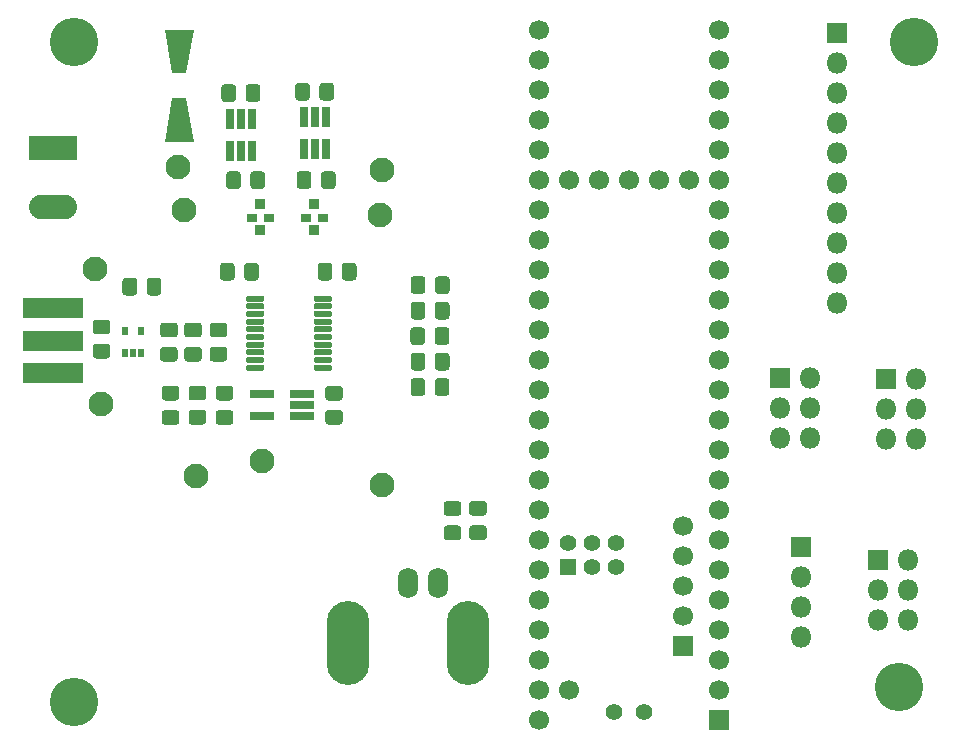
<source format=gbr>
%TF.GenerationSoftware,KiCad,Pcbnew,(5.1.6-0-10_14)*%
%TF.CreationDate,2021-01-13T18:01:30-08:00*%
%TF.ProjectId,MCP35461DevBoard,4d435033-3534-4363-9144-6576426f6172,rev?*%
%TF.SameCoordinates,Original*%
%TF.FileFunction,Soldermask,Top*%
%TF.FilePolarity,Negative*%
%FSLAX46Y46*%
G04 Gerber Fmt 4.6, Leading zero omitted, Abs format (unit mm)*
G04 Created by KiCad (PCBNEW (5.1.6-0-10_14)) date 2021-01-13 18:01:30*
%MOMM*%
%LPD*%
G01*
G04 APERTURE LIST*
%ADD10C,2.100000*%
%ADD11O,3.600000X7.100000*%
%ADD12O,1.700000X2.600000*%
%ADD13O,4.060000X2.080000*%
%ADD14R,4.060000X2.080000*%
%ADD15C,1.400000*%
%ADD16C,1.700000*%
%ADD17R,1.400000X1.400000*%
%ADD18R,1.700000X1.700000*%
%ADD19R,0.750000X1.660000*%
%ADD20R,2.100000X0.750000*%
%ADD21R,0.500000X0.750000*%
%ADD22O,1.800000X1.800000*%
%ADD23R,1.800000X1.800000*%
%ADD24R,5.180000X1.700000*%
%ADD25C,4.100000*%
%ADD26R,0.950000X0.700000*%
%ADD27R,0.900000X0.900000*%
%ADD28C,0.100000*%
G04 APERTURE END LIST*
D10*
%TO.C,TP9*%
X122555000Y-76835000D03*
%TD*%
D11*
%TO.C,J2*%
X119684800Y-90271600D03*
D12*
X124764800Y-85191600D03*
D11*
X129844800Y-90271600D03*
D12*
X127304800Y-85191600D03*
%TD*%
D13*
%TO.C,J8*%
X94742000Y-53340000D03*
D14*
X94742000Y-48340000D03*
%TD*%
%TO.C,R12*%
G36*
G01*
X126219000Y-68101738D02*
X126219000Y-69058262D01*
G75*
G02*
X125947262Y-69330000I-271738J0D01*
G01*
X125240738Y-69330000D01*
G75*
G02*
X124969000Y-69058262I0J271738D01*
G01*
X124969000Y-68101738D01*
G75*
G02*
X125240738Y-67830000I271738J0D01*
G01*
X125947262Y-67830000D01*
G75*
G02*
X126219000Y-68101738I0J-271738D01*
G01*
G37*
G36*
G01*
X128269000Y-68101738D02*
X128269000Y-69058262D01*
G75*
G02*
X127997262Y-69330000I-271738J0D01*
G01*
X127290738Y-69330000D01*
G75*
G02*
X127019000Y-69058262I0J271738D01*
G01*
X127019000Y-68101738D01*
G75*
G02*
X127290738Y-67830000I271738J0D01*
G01*
X127997262Y-67830000D01*
G75*
G02*
X128269000Y-68101738I0J-271738D01*
G01*
G37*
%TD*%
%TO.C,C10*%
G36*
G01*
X102626000Y-60549262D02*
X102626000Y-59592738D01*
G75*
G02*
X102897738Y-59321000I271738J0D01*
G01*
X103604262Y-59321000D01*
G75*
G02*
X103876000Y-59592738I0J-271738D01*
G01*
X103876000Y-60549262D01*
G75*
G02*
X103604262Y-60821000I-271738J0D01*
G01*
X102897738Y-60821000D01*
G75*
G02*
X102626000Y-60549262I0J271738D01*
G01*
G37*
G36*
G01*
X100576000Y-60549262D02*
X100576000Y-59592738D01*
G75*
G02*
X100847738Y-59321000I271738J0D01*
G01*
X101554262Y-59321000D01*
G75*
G02*
X101826000Y-59592738I0J-271738D01*
G01*
X101826000Y-60549262D01*
G75*
G02*
X101554262Y-60821000I-271738J0D01*
G01*
X100847738Y-60821000D01*
G75*
G02*
X100576000Y-60549262I0J271738D01*
G01*
G37*
%TD*%
%TO.C,U7*%
G36*
G01*
X116756000Y-61208000D02*
X116756000Y-60958000D01*
G75*
G02*
X116881000Y-60833000I125000J0D01*
G01*
X118206000Y-60833000D01*
G75*
G02*
X118331000Y-60958000I0J-125000D01*
G01*
X118331000Y-61208000D01*
G75*
G02*
X118206000Y-61333000I-125000J0D01*
G01*
X116881000Y-61333000D01*
G75*
G02*
X116756000Y-61208000I0J125000D01*
G01*
G37*
G36*
G01*
X116756000Y-61858000D02*
X116756000Y-61608000D01*
G75*
G02*
X116881000Y-61483000I125000J0D01*
G01*
X118206000Y-61483000D01*
G75*
G02*
X118331000Y-61608000I0J-125000D01*
G01*
X118331000Y-61858000D01*
G75*
G02*
X118206000Y-61983000I-125000J0D01*
G01*
X116881000Y-61983000D01*
G75*
G02*
X116756000Y-61858000I0J125000D01*
G01*
G37*
G36*
G01*
X116756000Y-62508000D02*
X116756000Y-62258000D01*
G75*
G02*
X116881000Y-62133000I125000J0D01*
G01*
X118206000Y-62133000D01*
G75*
G02*
X118331000Y-62258000I0J-125000D01*
G01*
X118331000Y-62508000D01*
G75*
G02*
X118206000Y-62633000I-125000J0D01*
G01*
X116881000Y-62633000D01*
G75*
G02*
X116756000Y-62508000I0J125000D01*
G01*
G37*
G36*
G01*
X116756000Y-63158000D02*
X116756000Y-62908000D01*
G75*
G02*
X116881000Y-62783000I125000J0D01*
G01*
X118206000Y-62783000D01*
G75*
G02*
X118331000Y-62908000I0J-125000D01*
G01*
X118331000Y-63158000D01*
G75*
G02*
X118206000Y-63283000I-125000J0D01*
G01*
X116881000Y-63283000D01*
G75*
G02*
X116756000Y-63158000I0J125000D01*
G01*
G37*
G36*
G01*
X116756000Y-63808000D02*
X116756000Y-63558000D01*
G75*
G02*
X116881000Y-63433000I125000J0D01*
G01*
X118206000Y-63433000D01*
G75*
G02*
X118331000Y-63558000I0J-125000D01*
G01*
X118331000Y-63808000D01*
G75*
G02*
X118206000Y-63933000I-125000J0D01*
G01*
X116881000Y-63933000D01*
G75*
G02*
X116756000Y-63808000I0J125000D01*
G01*
G37*
G36*
G01*
X116756000Y-64458000D02*
X116756000Y-64208000D01*
G75*
G02*
X116881000Y-64083000I125000J0D01*
G01*
X118206000Y-64083000D01*
G75*
G02*
X118331000Y-64208000I0J-125000D01*
G01*
X118331000Y-64458000D01*
G75*
G02*
X118206000Y-64583000I-125000J0D01*
G01*
X116881000Y-64583000D01*
G75*
G02*
X116756000Y-64458000I0J125000D01*
G01*
G37*
G36*
G01*
X116756000Y-65108000D02*
X116756000Y-64858000D01*
G75*
G02*
X116881000Y-64733000I125000J0D01*
G01*
X118206000Y-64733000D01*
G75*
G02*
X118331000Y-64858000I0J-125000D01*
G01*
X118331000Y-65108000D01*
G75*
G02*
X118206000Y-65233000I-125000J0D01*
G01*
X116881000Y-65233000D01*
G75*
G02*
X116756000Y-65108000I0J125000D01*
G01*
G37*
G36*
G01*
X116756000Y-65758000D02*
X116756000Y-65508000D01*
G75*
G02*
X116881000Y-65383000I125000J0D01*
G01*
X118206000Y-65383000D01*
G75*
G02*
X118331000Y-65508000I0J-125000D01*
G01*
X118331000Y-65758000D01*
G75*
G02*
X118206000Y-65883000I-125000J0D01*
G01*
X116881000Y-65883000D01*
G75*
G02*
X116756000Y-65758000I0J125000D01*
G01*
G37*
G36*
G01*
X116756000Y-66408000D02*
X116756000Y-66158000D01*
G75*
G02*
X116881000Y-66033000I125000J0D01*
G01*
X118206000Y-66033000D01*
G75*
G02*
X118331000Y-66158000I0J-125000D01*
G01*
X118331000Y-66408000D01*
G75*
G02*
X118206000Y-66533000I-125000J0D01*
G01*
X116881000Y-66533000D01*
G75*
G02*
X116756000Y-66408000I0J125000D01*
G01*
G37*
G36*
G01*
X116756000Y-67058000D02*
X116756000Y-66808000D01*
G75*
G02*
X116881000Y-66683000I125000J0D01*
G01*
X118206000Y-66683000D01*
G75*
G02*
X118331000Y-66808000I0J-125000D01*
G01*
X118331000Y-67058000D01*
G75*
G02*
X118206000Y-67183000I-125000J0D01*
G01*
X116881000Y-67183000D01*
G75*
G02*
X116756000Y-67058000I0J125000D01*
G01*
G37*
G36*
G01*
X111031000Y-67058000D02*
X111031000Y-66808000D01*
G75*
G02*
X111156000Y-66683000I125000J0D01*
G01*
X112481000Y-66683000D01*
G75*
G02*
X112606000Y-66808000I0J-125000D01*
G01*
X112606000Y-67058000D01*
G75*
G02*
X112481000Y-67183000I-125000J0D01*
G01*
X111156000Y-67183000D01*
G75*
G02*
X111031000Y-67058000I0J125000D01*
G01*
G37*
G36*
G01*
X111031000Y-66408000D02*
X111031000Y-66158000D01*
G75*
G02*
X111156000Y-66033000I125000J0D01*
G01*
X112481000Y-66033000D01*
G75*
G02*
X112606000Y-66158000I0J-125000D01*
G01*
X112606000Y-66408000D01*
G75*
G02*
X112481000Y-66533000I-125000J0D01*
G01*
X111156000Y-66533000D01*
G75*
G02*
X111031000Y-66408000I0J125000D01*
G01*
G37*
G36*
G01*
X111031000Y-65758000D02*
X111031000Y-65508000D01*
G75*
G02*
X111156000Y-65383000I125000J0D01*
G01*
X112481000Y-65383000D01*
G75*
G02*
X112606000Y-65508000I0J-125000D01*
G01*
X112606000Y-65758000D01*
G75*
G02*
X112481000Y-65883000I-125000J0D01*
G01*
X111156000Y-65883000D01*
G75*
G02*
X111031000Y-65758000I0J125000D01*
G01*
G37*
G36*
G01*
X111031000Y-65108000D02*
X111031000Y-64858000D01*
G75*
G02*
X111156000Y-64733000I125000J0D01*
G01*
X112481000Y-64733000D01*
G75*
G02*
X112606000Y-64858000I0J-125000D01*
G01*
X112606000Y-65108000D01*
G75*
G02*
X112481000Y-65233000I-125000J0D01*
G01*
X111156000Y-65233000D01*
G75*
G02*
X111031000Y-65108000I0J125000D01*
G01*
G37*
G36*
G01*
X111031000Y-64458000D02*
X111031000Y-64208000D01*
G75*
G02*
X111156000Y-64083000I125000J0D01*
G01*
X112481000Y-64083000D01*
G75*
G02*
X112606000Y-64208000I0J-125000D01*
G01*
X112606000Y-64458000D01*
G75*
G02*
X112481000Y-64583000I-125000J0D01*
G01*
X111156000Y-64583000D01*
G75*
G02*
X111031000Y-64458000I0J125000D01*
G01*
G37*
G36*
G01*
X111031000Y-63808000D02*
X111031000Y-63558000D01*
G75*
G02*
X111156000Y-63433000I125000J0D01*
G01*
X112481000Y-63433000D01*
G75*
G02*
X112606000Y-63558000I0J-125000D01*
G01*
X112606000Y-63808000D01*
G75*
G02*
X112481000Y-63933000I-125000J0D01*
G01*
X111156000Y-63933000D01*
G75*
G02*
X111031000Y-63808000I0J125000D01*
G01*
G37*
G36*
G01*
X111031000Y-63158000D02*
X111031000Y-62908000D01*
G75*
G02*
X111156000Y-62783000I125000J0D01*
G01*
X112481000Y-62783000D01*
G75*
G02*
X112606000Y-62908000I0J-125000D01*
G01*
X112606000Y-63158000D01*
G75*
G02*
X112481000Y-63283000I-125000J0D01*
G01*
X111156000Y-63283000D01*
G75*
G02*
X111031000Y-63158000I0J125000D01*
G01*
G37*
G36*
G01*
X111031000Y-62508000D02*
X111031000Y-62258000D01*
G75*
G02*
X111156000Y-62133000I125000J0D01*
G01*
X112481000Y-62133000D01*
G75*
G02*
X112606000Y-62258000I0J-125000D01*
G01*
X112606000Y-62508000D01*
G75*
G02*
X112481000Y-62633000I-125000J0D01*
G01*
X111156000Y-62633000D01*
G75*
G02*
X111031000Y-62508000I0J125000D01*
G01*
G37*
G36*
G01*
X111031000Y-61858000D02*
X111031000Y-61608000D01*
G75*
G02*
X111156000Y-61483000I125000J0D01*
G01*
X112481000Y-61483000D01*
G75*
G02*
X112606000Y-61608000I0J-125000D01*
G01*
X112606000Y-61858000D01*
G75*
G02*
X112481000Y-61983000I-125000J0D01*
G01*
X111156000Y-61983000D01*
G75*
G02*
X111031000Y-61858000I0J125000D01*
G01*
G37*
G36*
G01*
X111031000Y-61208000D02*
X111031000Y-60958000D01*
G75*
G02*
X111156000Y-60833000I125000J0D01*
G01*
X112481000Y-60833000D01*
G75*
G02*
X112606000Y-60958000I0J-125000D01*
G01*
X112606000Y-61208000D01*
G75*
G02*
X112481000Y-61333000I-125000J0D01*
G01*
X111156000Y-61333000D01*
G75*
G02*
X111031000Y-61208000I0J125000D01*
G01*
G37*
%TD*%
D15*
%TO.C,U8*%
X142240000Y-96044000D03*
X144780000Y-96044000D03*
D16*
X138430000Y-51054000D03*
X140970000Y-51054000D03*
X143510000Y-51054000D03*
X146050000Y-51054000D03*
X148590000Y-51054000D03*
D15*
X142328400Y-83804000D03*
X142328400Y-81804000D03*
X140328400Y-81804000D03*
X140328400Y-83804000D03*
X138328400Y-81804000D03*
D17*
X138328400Y-83804000D03*
D16*
X151130000Y-56134000D03*
X151130000Y-53594000D03*
X151130000Y-51054000D03*
X151130000Y-48514000D03*
X151130000Y-58674000D03*
X151130000Y-61214000D03*
X151130000Y-63754000D03*
X151130000Y-45974000D03*
X151130000Y-43434000D03*
X151130000Y-40894000D03*
X151130000Y-38354000D03*
X135890000Y-38354000D03*
X135890000Y-40894000D03*
X135890000Y-43434000D03*
X135890000Y-45974000D03*
X135890000Y-48514000D03*
X135890000Y-51054000D03*
X135890000Y-53594000D03*
X135890000Y-56134000D03*
X135890000Y-58674000D03*
X135890000Y-61214000D03*
X151130000Y-66294000D03*
X151130000Y-68834000D03*
X151130000Y-71374000D03*
X151130000Y-73914000D03*
X151130000Y-76454000D03*
X151130000Y-78994000D03*
X151130000Y-81534000D03*
X151130000Y-84074000D03*
X151130000Y-86614000D03*
X151130000Y-89154000D03*
X151130000Y-91694000D03*
X151130000Y-94234000D03*
D18*
X151130000Y-96774000D03*
D16*
X135890000Y-63754000D03*
X135890000Y-66294000D03*
X135890000Y-68834000D03*
X135890000Y-71374000D03*
X135890000Y-73914000D03*
X135890000Y-76454000D03*
X135890000Y-78994000D03*
X135890000Y-81534000D03*
X135890000Y-84074000D03*
X135890000Y-86614000D03*
X135890000Y-89154000D03*
X135890000Y-91694000D03*
X135890000Y-94234000D03*
X135890000Y-96774000D03*
D18*
X148079200Y-90474800D03*
D16*
X148079200Y-87934800D03*
X148079200Y-85394800D03*
X148079200Y-82854800D03*
X148079200Y-80314800D03*
X138430000Y-94234000D03*
%TD*%
D19*
%TO.C,U6*%
X116887000Y-45706000D03*
X115937000Y-45706000D03*
X117837000Y-45706000D03*
X117837000Y-48406000D03*
X116887000Y-48406000D03*
X115937000Y-48406000D03*
%TD*%
%TO.C,U5*%
X110617000Y-45847000D03*
X109667000Y-45847000D03*
X111567000Y-45847000D03*
X111567000Y-48547000D03*
X110617000Y-48547000D03*
X109667000Y-48547000D03*
%TD*%
D20*
%TO.C,U4*%
X112404000Y-71054000D03*
X112404000Y-69154000D03*
X115824000Y-69154000D03*
X115824000Y-70104000D03*
X115824000Y-71054000D03*
%TD*%
D21*
%TO.C,U3*%
X100823000Y-63820000D03*
X102123000Y-63820000D03*
X101473000Y-65720000D03*
X102123000Y-65720000D03*
X100823000Y-65720000D03*
%TD*%
D10*
%TO.C,TP8*%
X122428000Y-53975000D03*
%TD*%
%TO.C,TP7*%
X105791000Y-53594000D03*
%TD*%
%TO.C,TP6*%
X122555000Y-50165000D03*
%TD*%
%TO.C,TP5*%
X105283000Y-49911000D03*
%TD*%
%TO.C,TP4*%
X112395000Y-74803000D03*
%TD*%
%TO.C,TP3*%
X98806000Y-69977000D03*
%TD*%
%TO.C,TP2*%
X98298000Y-58547000D03*
%TD*%
%TO.C,TP1*%
X106807000Y-76073000D03*
%TD*%
%TO.C,R11*%
G36*
G01*
X126228000Y-59465738D02*
X126228000Y-60422262D01*
G75*
G02*
X125956262Y-60694000I-271738J0D01*
G01*
X125249738Y-60694000D01*
G75*
G02*
X124978000Y-60422262I0J271738D01*
G01*
X124978000Y-59465738D01*
G75*
G02*
X125249738Y-59194000I271738J0D01*
G01*
X125956262Y-59194000D01*
G75*
G02*
X126228000Y-59465738I0J-271738D01*
G01*
G37*
G36*
G01*
X128278000Y-59465738D02*
X128278000Y-60422262D01*
G75*
G02*
X128006262Y-60694000I-271738J0D01*
G01*
X127299738Y-60694000D01*
G75*
G02*
X127028000Y-60422262I0J271738D01*
G01*
X127028000Y-59465738D01*
G75*
G02*
X127299738Y-59194000I271738J0D01*
G01*
X128006262Y-59194000D01*
G75*
G02*
X128278000Y-59465738I0J-271738D01*
G01*
G37*
%TD*%
%TO.C,R10*%
G36*
G01*
X126228000Y-61624738D02*
X126228000Y-62581262D01*
G75*
G02*
X125956262Y-62853000I-271738J0D01*
G01*
X125249738Y-62853000D01*
G75*
G02*
X124978000Y-62581262I0J271738D01*
G01*
X124978000Y-61624738D01*
G75*
G02*
X125249738Y-61353000I271738J0D01*
G01*
X125956262Y-61353000D01*
G75*
G02*
X126228000Y-61624738I0J-271738D01*
G01*
G37*
G36*
G01*
X128278000Y-61624738D02*
X128278000Y-62581262D01*
G75*
G02*
X128006262Y-62853000I-271738J0D01*
G01*
X127299738Y-62853000D01*
G75*
G02*
X127028000Y-62581262I0J271738D01*
G01*
X127028000Y-61624738D01*
G75*
G02*
X127299738Y-61353000I271738J0D01*
G01*
X128006262Y-61353000D01*
G75*
G02*
X128278000Y-61624738I0J-271738D01*
G01*
G37*
%TD*%
%TO.C,R9*%
G36*
G01*
X126210000Y-63783738D02*
X126210000Y-64740262D01*
G75*
G02*
X125938262Y-65012000I-271738J0D01*
G01*
X125231738Y-65012000D01*
G75*
G02*
X124960000Y-64740262I0J271738D01*
G01*
X124960000Y-63783738D01*
G75*
G02*
X125231738Y-63512000I271738J0D01*
G01*
X125938262Y-63512000D01*
G75*
G02*
X126210000Y-63783738I0J-271738D01*
G01*
G37*
G36*
G01*
X128260000Y-63783738D02*
X128260000Y-64740262D01*
G75*
G02*
X127988262Y-65012000I-271738J0D01*
G01*
X127281738Y-65012000D01*
G75*
G02*
X127010000Y-64740262I0J271738D01*
G01*
X127010000Y-63783738D01*
G75*
G02*
X127281738Y-63512000I271738J0D01*
G01*
X127988262Y-63512000D01*
G75*
G02*
X128260000Y-63783738I0J-271738D01*
G01*
G37*
%TD*%
%TO.C,R8*%
G36*
G01*
X126228000Y-65942738D02*
X126228000Y-66899262D01*
G75*
G02*
X125956262Y-67171000I-271738J0D01*
G01*
X125249738Y-67171000D01*
G75*
G02*
X124978000Y-66899262I0J271738D01*
G01*
X124978000Y-65942738D01*
G75*
G02*
X125249738Y-65671000I271738J0D01*
G01*
X125956262Y-65671000D01*
G75*
G02*
X126228000Y-65942738I0J-271738D01*
G01*
G37*
G36*
G01*
X128278000Y-65942738D02*
X128278000Y-66899262D01*
G75*
G02*
X128006262Y-67171000I-271738J0D01*
G01*
X127299738Y-67171000D01*
G75*
G02*
X127028000Y-66899262I0J271738D01*
G01*
X127028000Y-65942738D01*
G75*
G02*
X127299738Y-65671000I271738J0D01*
G01*
X128006262Y-65671000D01*
G75*
G02*
X128278000Y-65942738I0J-271738D01*
G01*
G37*
%TD*%
%TO.C,R7*%
G36*
G01*
X106074738Y-65161000D02*
X107031262Y-65161000D01*
G75*
G02*
X107303000Y-65432738I0J-271738D01*
G01*
X107303000Y-66139262D01*
G75*
G02*
X107031262Y-66411000I-271738J0D01*
G01*
X106074738Y-66411000D01*
G75*
G02*
X105803000Y-66139262I0J271738D01*
G01*
X105803000Y-65432738D01*
G75*
G02*
X106074738Y-65161000I271738J0D01*
G01*
G37*
G36*
G01*
X106074738Y-63111000D02*
X107031262Y-63111000D01*
G75*
G02*
X107303000Y-63382738I0J-271738D01*
G01*
X107303000Y-64089262D01*
G75*
G02*
X107031262Y-64361000I-271738J0D01*
G01*
X106074738Y-64361000D01*
G75*
G02*
X105803000Y-64089262I0J271738D01*
G01*
X105803000Y-63382738D01*
G75*
G02*
X106074738Y-63111000I271738J0D01*
G01*
G37*
%TD*%
%TO.C,R6*%
G36*
G01*
X104169738Y-70513000D02*
X105126262Y-70513000D01*
G75*
G02*
X105398000Y-70784738I0J-271738D01*
G01*
X105398000Y-71491262D01*
G75*
G02*
X105126262Y-71763000I-271738J0D01*
G01*
X104169738Y-71763000D01*
G75*
G02*
X103898000Y-71491262I0J271738D01*
G01*
X103898000Y-70784738D01*
G75*
G02*
X104169738Y-70513000I271738J0D01*
G01*
G37*
G36*
G01*
X104169738Y-68463000D02*
X105126262Y-68463000D01*
G75*
G02*
X105398000Y-68734738I0J-271738D01*
G01*
X105398000Y-69441262D01*
G75*
G02*
X105126262Y-69713000I-271738J0D01*
G01*
X104169738Y-69713000D01*
G75*
G02*
X103898000Y-69441262I0J271738D01*
G01*
X103898000Y-68734738D01*
G75*
G02*
X104169738Y-68463000I271738J0D01*
G01*
G37*
%TD*%
%TO.C,R5*%
G36*
G01*
X107403262Y-69704000D02*
X106446738Y-69704000D01*
G75*
G02*
X106175000Y-69432262I0J271738D01*
G01*
X106175000Y-68725738D01*
G75*
G02*
X106446738Y-68454000I271738J0D01*
G01*
X107403262Y-68454000D01*
G75*
G02*
X107675000Y-68725738I0J-271738D01*
G01*
X107675000Y-69432262D01*
G75*
G02*
X107403262Y-69704000I-271738J0D01*
G01*
G37*
G36*
G01*
X107403262Y-71754000D02*
X106446738Y-71754000D01*
G75*
G02*
X106175000Y-71482262I0J271738D01*
G01*
X106175000Y-70775738D01*
G75*
G02*
X106446738Y-70504000I271738J0D01*
G01*
X107403262Y-70504000D01*
G75*
G02*
X107675000Y-70775738I0J-271738D01*
G01*
X107675000Y-71482262D01*
G75*
G02*
X107403262Y-71754000I-271738J0D01*
G01*
G37*
%TD*%
%TO.C,R4*%
G36*
G01*
X104990262Y-64370000D02*
X104033738Y-64370000D01*
G75*
G02*
X103762000Y-64098262I0J271738D01*
G01*
X103762000Y-63391738D01*
G75*
G02*
X104033738Y-63120000I271738J0D01*
G01*
X104990262Y-63120000D01*
G75*
G02*
X105262000Y-63391738I0J-271738D01*
G01*
X105262000Y-64098262D01*
G75*
G02*
X104990262Y-64370000I-271738J0D01*
G01*
G37*
G36*
G01*
X104990262Y-66420000D02*
X104033738Y-66420000D01*
G75*
G02*
X103762000Y-66148262I0J271738D01*
G01*
X103762000Y-65441738D01*
G75*
G02*
X104033738Y-65170000I271738J0D01*
G01*
X104990262Y-65170000D01*
G75*
G02*
X105262000Y-65441738I0J-271738D01*
G01*
X105262000Y-66148262D01*
G75*
G02*
X104990262Y-66420000I-271738J0D01*
G01*
G37*
%TD*%
%TO.C,R3*%
G36*
G01*
X130204738Y-80274000D02*
X131161262Y-80274000D01*
G75*
G02*
X131433000Y-80545738I0J-271738D01*
G01*
X131433000Y-81252262D01*
G75*
G02*
X131161262Y-81524000I-271738J0D01*
G01*
X130204738Y-81524000D01*
G75*
G02*
X129933000Y-81252262I0J271738D01*
G01*
X129933000Y-80545738D01*
G75*
G02*
X130204738Y-80274000I271738J0D01*
G01*
G37*
G36*
G01*
X130204738Y-78224000D02*
X131161262Y-78224000D01*
G75*
G02*
X131433000Y-78495738I0J-271738D01*
G01*
X131433000Y-79202262D01*
G75*
G02*
X131161262Y-79474000I-271738J0D01*
G01*
X130204738Y-79474000D01*
G75*
G02*
X129933000Y-79202262I0J271738D01*
G01*
X129933000Y-78495738D01*
G75*
G02*
X130204738Y-78224000I271738J0D01*
G01*
G37*
%TD*%
%TO.C,R2*%
G36*
G01*
X129002262Y-79492000D02*
X128045738Y-79492000D01*
G75*
G02*
X127774000Y-79220262I0J271738D01*
G01*
X127774000Y-78513738D01*
G75*
G02*
X128045738Y-78242000I271738J0D01*
G01*
X129002262Y-78242000D01*
G75*
G02*
X129274000Y-78513738I0J-271738D01*
G01*
X129274000Y-79220262D01*
G75*
G02*
X129002262Y-79492000I-271738J0D01*
G01*
G37*
G36*
G01*
X129002262Y-81542000D02*
X128045738Y-81542000D01*
G75*
G02*
X127774000Y-81270262I0J271738D01*
G01*
X127774000Y-80563738D01*
G75*
G02*
X128045738Y-80292000I271738J0D01*
G01*
X129002262Y-80292000D01*
G75*
G02*
X129274000Y-80563738I0J-271738D01*
G01*
X129274000Y-81270262D01*
G75*
G02*
X129002262Y-81542000I-271738J0D01*
G01*
G37*
%TD*%
%TO.C,R1*%
G36*
G01*
X98327738Y-64907000D02*
X99284262Y-64907000D01*
G75*
G02*
X99556000Y-65178738I0J-271738D01*
G01*
X99556000Y-65885262D01*
G75*
G02*
X99284262Y-66157000I-271738J0D01*
G01*
X98327738Y-66157000D01*
G75*
G02*
X98056000Y-65885262I0J271738D01*
G01*
X98056000Y-65178738D01*
G75*
G02*
X98327738Y-64907000I271738J0D01*
G01*
G37*
G36*
G01*
X98327738Y-62857000D02*
X99284262Y-62857000D01*
G75*
G02*
X99556000Y-63128738I0J-271738D01*
G01*
X99556000Y-63835262D01*
G75*
G02*
X99284262Y-64107000I-271738J0D01*
G01*
X98327738Y-64107000D01*
G75*
G02*
X98056000Y-63835262I0J271738D01*
G01*
X98056000Y-63128738D01*
G75*
G02*
X98327738Y-62857000I271738J0D01*
G01*
G37*
%TD*%
D22*
%TO.C,J7*%
X161086800Y-61468000D03*
X161086800Y-58928000D03*
X161086800Y-56388000D03*
X161086800Y-53848000D03*
X161086800Y-51308000D03*
X161086800Y-48768000D03*
X161086800Y-46228000D03*
X161086800Y-43688000D03*
X161086800Y-41148000D03*
D23*
X161086800Y-38608000D03*
%TD*%
D22*
%TO.C,J6*%
X167081200Y-88290400D03*
X164541200Y-88290400D03*
X167081200Y-85750400D03*
X164541200Y-85750400D03*
X167081200Y-83210400D03*
D23*
X164541200Y-83210400D03*
%TD*%
D22*
%TO.C,J5*%
X158038800Y-89712800D03*
X158038800Y-87172800D03*
X158038800Y-84632800D03*
D23*
X158038800Y-82092800D03*
%TD*%
D22*
%TO.C,J4*%
X167741600Y-72999600D03*
X165201600Y-72999600D03*
X167741600Y-70459600D03*
X165201600Y-70459600D03*
X167741600Y-67919600D03*
D23*
X165201600Y-67919600D03*
%TD*%
D22*
%TO.C,J3*%
X158800800Y-72898000D03*
X156260800Y-72898000D03*
X158800800Y-70358000D03*
X156260800Y-70358000D03*
X158800800Y-67818000D03*
D23*
X156260800Y-67818000D03*
%TD*%
D24*
%TO.C,J1*%
X94742000Y-67413000D03*
X94742000Y-61873000D03*
X94742000Y-64643000D03*
%TD*%
D25*
%TO.C,H4*%
X166370000Y-93980000D03*
%TD*%
%TO.C,H3*%
X167640000Y-39370000D03*
%TD*%
%TO.C,H2*%
X96520000Y-39370000D03*
%TD*%
%TO.C,H1*%
X96520000Y-95250000D03*
%TD*%
D26*
%TO.C,FL2*%
X116115000Y-54229000D03*
X117565000Y-54229000D03*
D27*
X116840000Y-55313000D03*
X116840000Y-53113000D03*
%TD*%
D26*
%TO.C,FL1*%
X111543000Y-54229000D03*
X112993000Y-54229000D03*
D27*
X112268000Y-55313000D03*
X112268000Y-53113000D03*
%TD*%
D28*
%TO.C,D1*%
G36*
X104200977Y-38324000D02*
G01*
X106619023Y-38324000D01*
X106002357Y-42024000D01*
X104817643Y-42024000D01*
X104200977Y-38324000D01*
G37*
G36*
X106619023Y-47824000D02*
G01*
X104200977Y-47824000D01*
X104817643Y-44124000D01*
X106002357Y-44124000D01*
X106619023Y-47824000D01*
G37*
%TD*%
%TO.C,C9*%
G36*
G01*
X119154000Y-59279262D02*
X119154000Y-58322738D01*
G75*
G02*
X119425738Y-58051000I271738J0D01*
G01*
X120132262Y-58051000D01*
G75*
G02*
X120404000Y-58322738I0J-271738D01*
G01*
X120404000Y-59279262D01*
G75*
G02*
X120132262Y-59551000I-271738J0D01*
G01*
X119425738Y-59551000D01*
G75*
G02*
X119154000Y-59279262I0J271738D01*
G01*
G37*
G36*
G01*
X117104000Y-59279262D02*
X117104000Y-58322738D01*
G75*
G02*
X117375738Y-58051000I271738J0D01*
G01*
X118082262Y-58051000D01*
G75*
G02*
X118354000Y-58322738I0J-271738D01*
G01*
X118354000Y-59279262D01*
G75*
G02*
X118082262Y-59551000I-271738J0D01*
G01*
X117375738Y-59551000D01*
G75*
G02*
X117104000Y-59279262I0J271738D01*
G01*
G37*
%TD*%
%TO.C,C8*%
G36*
G01*
X110081000Y-58322738D02*
X110081000Y-59279262D01*
G75*
G02*
X109809262Y-59551000I-271738J0D01*
G01*
X109102738Y-59551000D01*
G75*
G02*
X108831000Y-59279262I0J271738D01*
G01*
X108831000Y-58322738D01*
G75*
G02*
X109102738Y-58051000I271738J0D01*
G01*
X109809262Y-58051000D01*
G75*
G02*
X110081000Y-58322738I0J-271738D01*
G01*
G37*
G36*
G01*
X112131000Y-58322738D02*
X112131000Y-59279262D01*
G75*
G02*
X111859262Y-59551000I-271738J0D01*
G01*
X111152738Y-59551000D01*
G75*
G02*
X110881000Y-59279262I0J271738D01*
G01*
X110881000Y-58322738D01*
G75*
G02*
X111152738Y-58051000I271738J0D01*
G01*
X111859262Y-58051000D01*
G75*
G02*
X112131000Y-58322738I0J-271738D01*
G01*
G37*
%TD*%
%TO.C,C7*%
G36*
G01*
X108233738Y-65170000D02*
X109190262Y-65170000D01*
G75*
G02*
X109462000Y-65441738I0J-271738D01*
G01*
X109462000Y-66148262D01*
G75*
G02*
X109190262Y-66420000I-271738J0D01*
G01*
X108233738Y-66420000D01*
G75*
G02*
X107962000Y-66148262I0J271738D01*
G01*
X107962000Y-65441738D01*
G75*
G02*
X108233738Y-65170000I271738J0D01*
G01*
G37*
G36*
G01*
X108233738Y-63120000D02*
X109190262Y-63120000D01*
G75*
G02*
X109462000Y-63391738I0J-271738D01*
G01*
X109462000Y-64098262D01*
G75*
G02*
X109190262Y-64370000I-271738J0D01*
G01*
X108233738Y-64370000D01*
G75*
G02*
X107962000Y-64098262I0J271738D01*
G01*
X107962000Y-63391738D01*
G75*
G02*
X108233738Y-63120000I271738J0D01*
G01*
G37*
%TD*%
%TO.C,C6*%
G36*
G01*
X117376000Y-51532262D02*
X117376000Y-50575738D01*
G75*
G02*
X117647738Y-50304000I271738J0D01*
G01*
X118354262Y-50304000D01*
G75*
G02*
X118626000Y-50575738I0J-271738D01*
G01*
X118626000Y-51532262D01*
G75*
G02*
X118354262Y-51804000I-271738J0D01*
G01*
X117647738Y-51804000D01*
G75*
G02*
X117376000Y-51532262I0J271738D01*
G01*
G37*
G36*
G01*
X115326000Y-51532262D02*
X115326000Y-50575738D01*
G75*
G02*
X115597738Y-50304000I271738J0D01*
G01*
X116304262Y-50304000D01*
G75*
G02*
X116576000Y-50575738I0J-271738D01*
G01*
X116576000Y-51532262D01*
G75*
G02*
X116304262Y-51804000I-271738J0D01*
G01*
X115597738Y-51804000D01*
G75*
G02*
X115326000Y-51532262I0J271738D01*
G01*
G37*
%TD*%
%TO.C,C5*%
G36*
G01*
X110607000Y-50575738D02*
X110607000Y-51532262D01*
G75*
G02*
X110335262Y-51804000I-271738J0D01*
G01*
X109628738Y-51804000D01*
G75*
G02*
X109357000Y-51532262I0J271738D01*
G01*
X109357000Y-50575738D01*
G75*
G02*
X109628738Y-50304000I271738J0D01*
G01*
X110335262Y-50304000D01*
G75*
G02*
X110607000Y-50575738I0J-271738D01*
G01*
G37*
G36*
G01*
X112657000Y-50575738D02*
X112657000Y-51532262D01*
G75*
G02*
X112385262Y-51804000I-271738J0D01*
G01*
X111678738Y-51804000D01*
G75*
G02*
X111407000Y-51532262I0J271738D01*
G01*
X111407000Y-50575738D01*
G75*
G02*
X111678738Y-50304000I271738J0D01*
G01*
X112385262Y-50304000D01*
G75*
G02*
X112657000Y-50575738I0J-271738D01*
G01*
G37*
%TD*%
%TO.C,C4*%
G36*
G01*
X108741738Y-70513000D02*
X109698262Y-70513000D01*
G75*
G02*
X109970000Y-70784738I0J-271738D01*
G01*
X109970000Y-71491262D01*
G75*
G02*
X109698262Y-71763000I-271738J0D01*
G01*
X108741738Y-71763000D01*
G75*
G02*
X108470000Y-71491262I0J271738D01*
G01*
X108470000Y-70784738D01*
G75*
G02*
X108741738Y-70513000I271738J0D01*
G01*
G37*
G36*
G01*
X108741738Y-68463000D02*
X109698262Y-68463000D01*
G75*
G02*
X109970000Y-68734738I0J-271738D01*
G01*
X109970000Y-69441262D01*
G75*
G02*
X109698262Y-69713000I-271738J0D01*
G01*
X108741738Y-69713000D01*
G75*
G02*
X108470000Y-69441262I0J271738D01*
G01*
X108470000Y-68734738D01*
G75*
G02*
X108741738Y-68463000I271738J0D01*
G01*
G37*
%TD*%
%TO.C,C3*%
G36*
G01*
X111008000Y-44166262D02*
X111008000Y-43209738D01*
G75*
G02*
X111279738Y-42938000I271738J0D01*
G01*
X111986262Y-42938000D01*
G75*
G02*
X112258000Y-43209738I0J-271738D01*
G01*
X112258000Y-44166262D01*
G75*
G02*
X111986262Y-44438000I-271738J0D01*
G01*
X111279738Y-44438000D01*
G75*
G02*
X111008000Y-44166262I0J271738D01*
G01*
G37*
G36*
G01*
X108958000Y-44166262D02*
X108958000Y-43209738D01*
G75*
G02*
X109229738Y-42938000I271738J0D01*
G01*
X109936262Y-42938000D01*
G75*
G02*
X110208000Y-43209738I0J-271738D01*
G01*
X110208000Y-44166262D01*
G75*
G02*
X109936262Y-44438000I-271738J0D01*
G01*
X109229738Y-44438000D01*
G75*
G02*
X108958000Y-44166262I0J271738D01*
G01*
G37*
%TD*%
%TO.C,C2*%
G36*
G01*
X117249000Y-44039262D02*
X117249000Y-43082738D01*
G75*
G02*
X117520738Y-42811000I271738J0D01*
G01*
X118227262Y-42811000D01*
G75*
G02*
X118499000Y-43082738I0J-271738D01*
G01*
X118499000Y-44039262D01*
G75*
G02*
X118227262Y-44311000I-271738J0D01*
G01*
X117520738Y-44311000D01*
G75*
G02*
X117249000Y-44039262I0J271738D01*
G01*
G37*
G36*
G01*
X115199000Y-44039262D02*
X115199000Y-43082738D01*
G75*
G02*
X115470738Y-42811000I271738J0D01*
G01*
X116177262Y-42811000D01*
G75*
G02*
X116449000Y-43082738I0J-271738D01*
G01*
X116449000Y-44039262D01*
G75*
G02*
X116177262Y-44311000I-271738J0D01*
G01*
X115470738Y-44311000D01*
G75*
G02*
X115199000Y-44039262I0J271738D01*
G01*
G37*
%TD*%
%TO.C,C1*%
G36*
G01*
X118012738Y-70513000D02*
X118969262Y-70513000D01*
G75*
G02*
X119241000Y-70784738I0J-271738D01*
G01*
X119241000Y-71491262D01*
G75*
G02*
X118969262Y-71763000I-271738J0D01*
G01*
X118012738Y-71763000D01*
G75*
G02*
X117741000Y-71491262I0J271738D01*
G01*
X117741000Y-70784738D01*
G75*
G02*
X118012738Y-70513000I271738J0D01*
G01*
G37*
G36*
G01*
X118012738Y-68463000D02*
X118969262Y-68463000D01*
G75*
G02*
X119241000Y-68734738I0J-271738D01*
G01*
X119241000Y-69441262D01*
G75*
G02*
X118969262Y-69713000I-271738J0D01*
G01*
X118012738Y-69713000D01*
G75*
G02*
X117741000Y-69441262I0J271738D01*
G01*
X117741000Y-68734738D01*
G75*
G02*
X118012738Y-68463000I271738J0D01*
G01*
G37*
%TD*%
M02*

</source>
